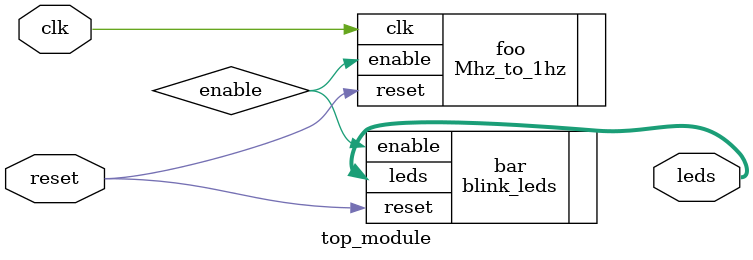
<source format=v>
module top_module(
    input wire clk,           // 12MHz clock input
    input wire reset,        // reset signal for both sub-modules
    output wire [3:0] leds  // 4-bit output for LEDs
  );

    // connects both sub-modules
    wire enable;

    // instantiate Mhz_to_1hz module
    Mhz_to_1hz foo (
        .reset(reset),
        .clk(clk),        // 12MHz clock input
        .enable(enable)   // 1Hz enable signal
    );

    // instantiate blink_leds module
    blink_leds bar (
        .reset(reset),
        .enable(enable),  // 1Hz signal from Mhz_to_1hz
        .leds(leds)       // 4-bit output for LEDs
    );

endmodule

</source>
